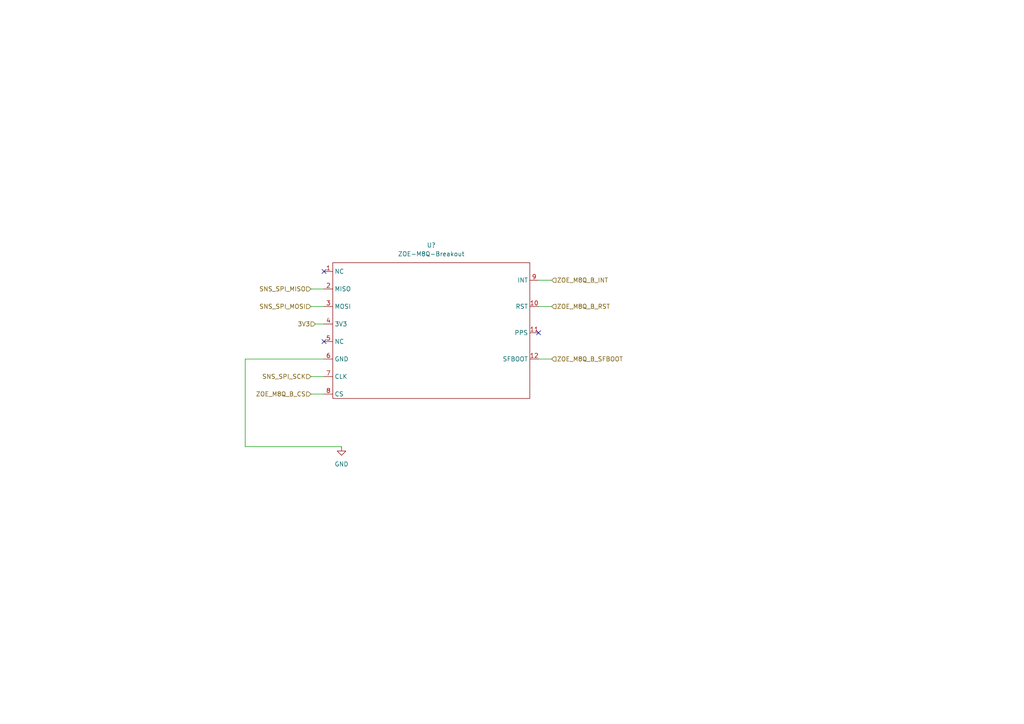
<source format=kicad_sch>
(kicad_sch (version 20211123) (generator eeschema)
  (paper "A4")
  (title_block (title "Telemetry GPS Heirarchical Sheet") (date "2022-09-06") (rev "3.1"))
  (lib_symbols
    (symbol "Sensor:ZOE-M8Q-Breakout"
      (property "Reference" "U" (at 0 0 0))
      (property "Value" "ZOE-M8Q-Breakout" (at 0 0 0))
      (symbol "ZOE-M8Q-Breakout_0_1"
        (rectangle (start 29.21 15.24) (end -27.94 -24.13))
      )
      (symbol "ZOE-M8Q-Breakout_1_1"
        (pin input line (at -30.48 12.7 0) (length 2.54) (name "NC") (number "1"))
        (pin input line (at 31.75 2.54 180) (length 2.54) (name "RST") (number "10"))
        (pin input line (at 31.75 -5.08 180) (length 2.54) (name "PPS") (number "11"))
        (pin input line (at 31.75 -12.7 180) (length 2.54) (name "SFBOOT") (number "12"))
        (pin output line (at -30.48 7.62 0) (length 2.54) (name "MISO") (number "2"))
        (pin input line (at -30.48 2.54 0) (length 2.54) (name "MOSI") (number "3"))
        (pin input line (at -30.48 -2.54 0) (length 2.54) (name "3V3") (number "4"))
        (pin input line (at -30.48 -7.62 0) (length 2.54) (name "NC") (number "5"))
        (pin output line (at -30.48 -12.7 0) (length 2.54) (name "GND") (number "6"))
        (pin input line (at -30.48 -17.78 0) (length 2.54) (name "CLK") (number "7"))
        (pin input line (at -30.48 -22.86 0) (length 2.54) (name "CS") (number "8"))
        (pin input line (at 31.75 10.16 180) (length 2.54) (name "INT") (number "9"))
      )
    )
    (symbol "power:GND" (power) (pin_names (offset 0))
      (property "Value" "GND" (at 0 -3.81 0))
      (symbol "GND_0_1"
        (polyline (pts (xy 0 0) (xy 0 -1.27) (xy 1.27 -1.27) (xy 0 -2.54) (xy -1.27 -1.27) (xy 0 -1.27)))
      )
      (symbol "GND_1_1"
        (pin power_in line (at 0 0 270) (length 0) hide (name "GND") (number "1"))
      )
    )
  )
  (no_connect (at 93.98 99.06))
  (no_connect (at 93.98 78.74))
  (no_connect (at 156.21 96.52))
  (wire (pts (xy 156.21 81.28) (xy 160.02 81.28)))
  (wire (pts (xy 90.17 88.9) (xy 93.98 88.9)))
  (wire (pts (xy 99.06 129.54) (xy 71.12 129.54)))
  (wire (pts (xy 90.17 114.3) (xy 93.98 114.3)))
  (wire (pts (xy 91.44 93.98) (xy 93.98 93.98)))
  (wire (pts (xy 71.12 129.54) (xy 71.12 104.14)))
  (wire (pts (xy 156.21 88.9) (xy 160.02 88.9)))
  (wire (pts (xy 90.17 109.22) (xy 93.98 109.22)))
  (wire (pts (xy 90.17 83.82) (xy 93.98 83.82)))
  (wire (pts (xy 71.12 104.14) (xy 93.98 104.14)))
  (wire (pts (xy 156.21 104.14) (xy 160.02 104.14)))
  (hierarchical_label "SNS_SPI_MISO" (shape input) (at 90.17 83.82 180))
  (hierarchical_label "SNS_SPI_MOSI" (shape input) (at 90.17 88.9 180))
  (hierarchical_label "ZOE_M8Q_B_RST" (shape input) (at 160.02 88.9 0))
  (hierarchical_label "ZOE_M8Q_B_SFBOOT" (shape input) (at 160.02 104.14 0))
  (hierarchical_label "ZOE_M8Q_B_CS" (shape input) (at 90.17 114.3 180))
  (hierarchical_label "ZOE_M8Q_B_INT" (shape input) (at 160.02 81.28 0))
  (hierarchical_label "SNS_SPI_SCK" (shape input) (at 90.17 109.22 180))
  (hierarchical_label "3V3" (shape input) (at 91.44 93.98 180))
  (symbol (lib_id "Sensor:ZOE-M8Q-Breakout") (at 124.46 91.44 0) (unit 1)
    (property "Reference" "U?" (at 125.095 71.12 0))
    (property "Value" "ZOE-M8Q-Breakout" (at 125.095 73.66 0))
  )
  (symbol (lib_id "power:GND") (at 99.06 129.54 0) (unit 1)
    (property "Reference" "#PWR?" (effects hide))
    (property "Value" "GND" (at 99.06 134.62 0))
  )
)
</source>
